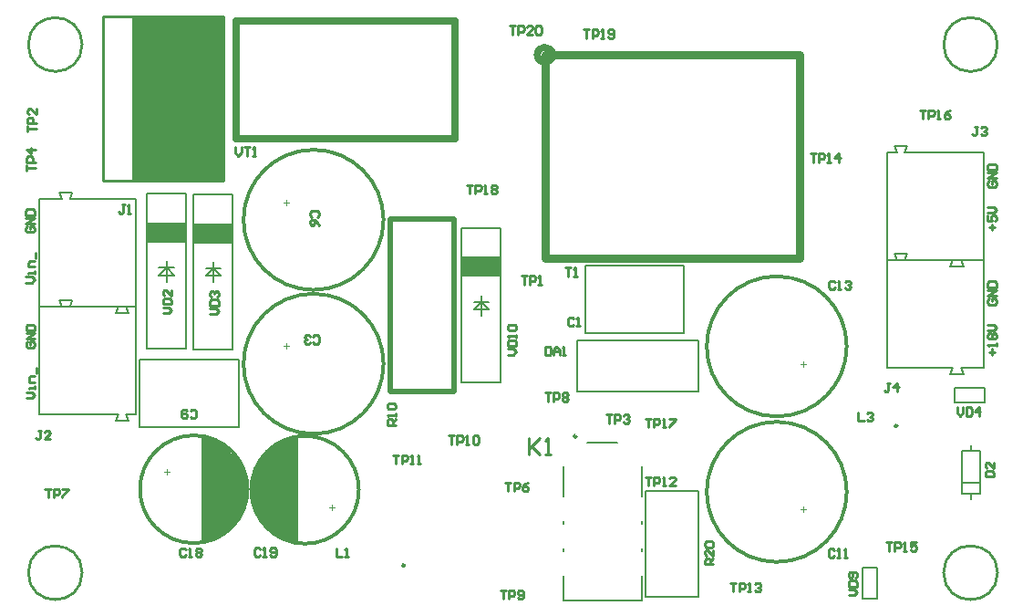
<source format=gbr>
%TF.GenerationSoftware,Altium Limited,Altium Designer,21.6.4 (81)*%
G04 Layer_Color=65535*
%FSLAX43Y43*%
%MOMM*%
%TF.SameCoordinates,3FCC9EDD-E33D-4AE7-AC82-89E58AA9E509*%
%TF.FilePolarity,Positive*%
%TF.FileFunction,Legend,Top*%
%TF.Part,Single*%
G01*
G75*
%TA.AperFunction,NonConductor*%
%ADD85C,0.200*%
%ADD86C,0.250*%
%ADD87C,0.254*%
%ADD118C,0.300*%
%ADD119C,0.700*%
%ADD120C,0.100*%
%ADD121C,0.500*%
%ADD122C,0.762*%
%ADD123C,0.635*%
%ADD124R,0.800X0.400*%
%ADD125R,0.700X0.300*%
%ADD126R,0.800X0.500*%
%ADD127R,0.200X0.300*%
%ADD128R,1.000X0.300*%
%ADD129R,1.100X0.700*%
%ADD130R,1.100X0.900*%
%ADD131R,1.400X0.800*%
%ADD132R,1.300X0.400*%
%ADD133R,0.400X0.400*%
%ADD134R,0.400X0.200*%
%ADD135R,0.100X0.300*%
%ADD136R,0.600X0.400*%
%ADD137R,0.400X0.800*%
%ADD138R,0.600X0.400*%
%ADD139R,0.300X0.500*%
%ADD140R,0.900X0.600*%
%ADD141R,1.000X0.600*%
%ADD142R,1.500X0.200*%
%ADD143R,1.200X0.400*%
%ADD144R,0.500X1.900*%
%ADD145R,1.400X3.400*%
%ADD146R,0.500X0.700*%
%ADD147R,0.900X6.900*%
%ADD148R,0.600X0.500*%
%ADD149R,1.000X0.500*%
%ADD150R,0.700X0.700*%
%ADD151R,2.000X8.300*%
%ADD152R,0.600X0.500*%
%ADD153R,3.650X1.850*%
%ADD154R,8.382X15.240*%
D85*
X52425Y15044D02*
X55205D01*
X50165Y444D02*
Y2734D01*
Y5034D02*
Y5274D01*
Y7574D02*
Y7814D01*
Y10114D02*
Y12894D01*
Y444D02*
X57465D01*
Y2734D01*
Y5034D02*
Y5274D01*
Y7574D02*
Y7814D01*
Y10114D02*
Y12894D01*
X1500Y17671D02*
X8850D01*
X9550D02*
X10500D01*
Y27671D01*
X1500Y17671D02*
Y27671D01*
X3650D01*
X4350D02*
X10500D01*
X3400Y28271D02*
X4600D01*
X3400D02*
X3650Y27671D01*
X4350D02*
X4600Y28271D01*
X9550Y17671D02*
X9800Y17071D01*
X8600D02*
X9800D01*
X8600D02*
X8850Y17671D01*
X79319Y586D02*
Y3461D01*
X77969Y586D02*
Y3461D01*
Y586D02*
X79319D01*
X77969Y3461D02*
X79319D01*
X51499Y19774D02*
Y24574D01*
X62699D01*
Y19774D02*
Y24574D01*
X51499Y19774D02*
X62699D01*
X40009Y19786D02*
Y35811D01*
X34134D02*
X40009D01*
X34134Y19786D02*
X40009D01*
X34134D02*
Y35811D01*
X20043Y16519D02*
Y22794D01*
X10818D02*
X20043D01*
X10818Y16519D02*
Y22794D01*
Y16519D02*
X20043D01*
X42570Y28138D02*
Y28738D01*
X41870Y28138D02*
X42570D01*
Y26838D02*
Y28138D01*
X43270D01*
X41863Y27431D02*
X43278D01*
X41863D02*
X42570Y28138D01*
X43278Y27431D01*
X40720Y34988D02*
X44395D01*
Y20638D02*
Y34988D01*
X40720Y20638D02*
Y34988D01*
Y20638D02*
X44395D01*
X17678Y31236D02*
Y31836D01*
X16978Y31236D02*
X17678D01*
Y29936D02*
Y31236D01*
X18378D01*
X16971Y30529D02*
X18386D01*
X16971D02*
X17678Y31236D01*
X18386Y30529D01*
X15828Y38086D02*
X19503D01*
Y23736D02*
Y38086D01*
X15828Y23736D02*
Y38086D01*
Y23736D02*
X19503D01*
X8600Y27075D02*
X8850Y27675D01*
X8600Y27075D02*
X9800D01*
X9550Y27675D02*
X9800Y27075D01*
X4350Y37675D02*
X4600Y38275D01*
X3400D02*
X3650Y37675D01*
X3400Y38275D02*
X4600D01*
X4350Y37675D02*
X10500D01*
X1500D02*
X3650D01*
X1500Y27675D02*
Y37675D01*
X10500Y27675D02*
Y37675D01*
X9550Y27675D02*
X10500D01*
X1500D02*
X8850D01*
X11485Y23813D02*
X15160D01*
X11485D02*
Y38163D01*
X15160Y23813D02*
Y38163D01*
X11485D02*
X15160D01*
X13335Y31313D02*
X14042Y30605D01*
X12628D02*
X13335Y31313D01*
X12628Y30605D02*
X14042D01*
X13335Y31313D02*
X14035D01*
X13335Y30013D02*
Y31313D01*
X12635D02*
X13335D01*
Y31913D01*
X57801Y10549D02*
X62761D01*
Y769D02*
Y10549D01*
X57801Y769D02*
X62761D01*
X57801D02*
Y10549D01*
X87186Y10369D02*
Y14269D01*
X88886D01*
Y10369D02*
Y14269D01*
X87186Y10369D02*
X88886D01*
X88036Y9794D02*
Y10369D01*
Y14269D02*
Y14844D01*
X87256Y11344D02*
X88816D01*
X89351Y18799D02*
Y20149D01*
X86476Y18799D02*
Y20149D01*
X89351D01*
X86476Y18799D02*
X89351D01*
X81884Y41997D02*
X89234D01*
X80234D02*
X81184D01*
X80234Y31997D02*
Y41997D01*
X89234Y31997D02*
Y41997D01*
X87084Y31997D02*
X89234D01*
X80234D02*
X86384D01*
X86134Y31397D02*
X87334D01*
X87085Y31997D02*
X87334Y31397D01*
X86134D02*
X86384Y31997D01*
X80935Y42597D02*
X81184Y41997D01*
X80935Y42597D02*
X82135D01*
X81885Y41997D02*
X82135Y42597D01*
X81884Y32015D02*
X89234D01*
X80234D02*
X81184D01*
X80234Y22015D02*
Y32015D01*
X89234Y22015D02*
Y32015D01*
X87084Y22015D02*
X89234D01*
X80234D02*
X86384D01*
X86134Y21415D02*
X87334D01*
X87085Y22015D02*
X87334Y21415D01*
X86134D02*
X86384Y22015D01*
X80935Y32615D02*
X81184Y32015D01*
X80935Y32615D02*
X82135D01*
X81885Y32015D02*
X82135Y32615D01*
X61411Y25248D02*
Y31523D01*
X52186D02*
X61411D01*
X52186Y25248D02*
Y31523D01*
Y25248D02*
X61411D01*
D86*
X51400Y15644D02*
G03*
X51400Y15644I-125J0D01*
G01*
X35456Y3677D02*
G03*
X35456Y3677I-125J0D01*
G01*
X81202Y16633D02*
G03*
X81202Y16633I-125J0D01*
G01*
D87*
X90500Y3000D02*
G03*
X90500Y3000I-2500J0D01*
G01*
X5500Y52000D02*
G03*
X5500Y52000I-2500J0D01*
G01*
X90500D02*
G03*
X90500Y52000I-2500J0D01*
G01*
X5500Y3000D02*
G03*
X5500Y3000I-2500J0D01*
G01*
X25394Y5893D02*
Y15493D01*
X16668Y5944D02*
Y15544D01*
X7417Y39395D02*
Y54635D01*
X18593Y39395D02*
Y54635D01*
X7417Y39395D02*
X18593D01*
X7417Y54635D02*
X18593D01*
X10211Y39395D02*
Y54635D01*
X18593Y39395D02*
Y54635D01*
X10211Y39395D02*
X18593D01*
X10211Y54635D02*
X18593D01*
X44328Y1371D02*
X44861D01*
X44595D01*
Y571D01*
X45128D02*
Y1371D01*
X45528D01*
X45661Y1237D01*
Y971D01*
X45528Y838D01*
X45128D01*
X45928Y704D02*
X46061Y571D01*
X46327D01*
X46461Y704D01*
Y1237D01*
X46327Y1371D01*
X46061D01*
X45928Y1237D01*
Y1104D01*
X46061Y971D01*
X46461D01*
X47006Y15456D02*
Y13932D01*
Y14440D01*
X48021Y15456D01*
X47260Y14694D01*
X48021Y13932D01*
X48529D02*
X49037D01*
X48783D01*
Y15456D01*
X48529Y15202D01*
X261Y29921D02*
X794D01*
X1061Y30188D01*
X794Y30454D01*
X261D01*
X1061Y30721D02*
Y30988D01*
Y30854D01*
X527D01*
Y30721D01*
X1061Y31387D02*
X527D01*
Y31787D01*
X661Y31921D01*
X1061D01*
X1194Y32187D02*
Y32720D01*
X394Y35120D02*
X261Y34986D01*
Y34720D01*
X394Y34586D01*
X927D01*
X1061Y34720D01*
Y34986D01*
X927Y35120D01*
X661D01*
Y34853D01*
X1061Y35386D02*
X261D01*
X1061Y35919D01*
X261D01*
Y36186D02*
X1061D01*
Y36586D01*
X927Y36719D01*
X394D01*
X261Y36586D01*
Y36186D01*
X286Y19228D02*
X819D01*
X1086Y19494D01*
X819Y19761D01*
X286D01*
X1086Y20028D02*
Y20294D01*
Y20161D01*
X553D01*
Y20028D01*
X1086Y20694D02*
X553D01*
Y21094D01*
X686Y21227D01*
X1086D01*
X1219Y21494D02*
Y22027D01*
X419Y24426D02*
X286Y24293D01*
Y24026D01*
X419Y23893D01*
X953D01*
X1086Y24026D01*
Y24293D01*
X953Y24426D01*
X686D01*
Y24160D01*
X1086Y24693D02*
X286D01*
X1086Y25226D01*
X286D01*
Y25492D02*
X1086D01*
Y25892D01*
X953Y26026D01*
X419D01*
X286Y25892D01*
Y25492D01*
X89999Y23221D02*
Y23754D01*
X89732Y23488D02*
X90265D01*
X90399Y24021D02*
Y24287D01*
Y24154D01*
X89599D01*
X89732Y24021D01*
Y24687D02*
X89599Y24821D01*
Y25087D01*
X89732Y25220D01*
X89865D01*
X89999Y25087D01*
X90132Y25220D01*
X90265D01*
X90399Y25087D01*
Y24821D01*
X90265Y24687D01*
X90132D01*
X89999Y24821D01*
X89865Y24687D01*
X89732D01*
X89999Y24821D02*
Y25087D01*
X89599Y25487D02*
X90132D01*
X90399Y25754D01*
X90132Y26020D01*
X89599D01*
X89732Y28419D02*
X89599Y28286D01*
Y28020D01*
X89732Y27886D01*
X90265D01*
X90399Y28020D01*
Y28286D01*
X90265Y28419D01*
X89999D01*
Y28153D01*
X90399Y28686D02*
X89599D01*
X90399Y29219D01*
X89599D01*
Y29486D02*
X90399D01*
Y29886D01*
X90265Y30019D01*
X89732D01*
X89599Y29886D01*
Y29486D01*
X89999Y34803D02*
Y35336D01*
X89732Y35069D02*
X90265D01*
X89599Y36135D02*
Y35602D01*
X89999D01*
X89865Y35869D01*
Y36002D01*
X89999Y36135D01*
X90265D01*
X90399Y36002D01*
Y35736D01*
X90265Y35602D01*
X89599Y36402D02*
X90132D01*
X90399Y36669D01*
X90132Y36935D01*
X89599D01*
X89732Y39334D02*
X89599Y39201D01*
Y38935D01*
X89732Y38801D01*
X90265D01*
X90399Y38935D01*
Y39201D01*
X90265Y39334D01*
X89999D01*
Y39068D01*
X90399Y39601D02*
X89599D01*
X90399Y40134D01*
X89599D01*
Y40401D02*
X90399D01*
Y40801D01*
X90265Y40934D01*
X89732D01*
X89599Y40801D01*
Y40401D01*
X75403Y29959D02*
X75270Y30092D01*
X75003D01*
X74870Y29959D01*
Y29426D01*
X75003Y29293D01*
X75270D01*
X75403Y29426D01*
X75670Y29293D02*
X75936D01*
X75803D01*
Y30092D01*
X75670Y29959D01*
X76336D02*
X76470Y30092D01*
X76736D01*
X76869Y29959D01*
Y29826D01*
X76736Y29693D01*
X76603D01*
X76736D01*
X76869Y29559D01*
Y29426D01*
X76736Y29293D01*
X76470D01*
X76336Y29426D01*
X45015Y23233D02*
X45548D01*
X45815Y23499D01*
X45548Y23766D01*
X45015D01*
Y24033D02*
X45815D01*
Y24432D01*
X45682Y24566D01*
X45149D01*
X45015Y24432D01*
Y24033D01*
X45815Y24832D02*
Y25099D01*
Y24966D01*
X45015D01*
X45149Y24832D01*
Y25499D02*
X45015Y25632D01*
Y25899D01*
X45149Y26032D01*
X45682D01*
X45815Y25899D01*
Y25632D01*
X45682Y25499D01*
X45149D01*
X45194Y53740D02*
X45727D01*
X45460D01*
Y52940D01*
X45993D02*
Y53740D01*
X46393D01*
X46527Y53607D01*
Y53340D01*
X46393Y53207D01*
X45993D01*
X47326Y52940D02*
X46793D01*
X47326Y53473D01*
Y53607D01*
X47193Y53740D01*
X46926D01*
X46793Y53607D01*
X47593D02*
X47726Y53740D01*
X47993D01*
X48126Y53607D01*
Y53073D01*
X47993Y52940D01*
X47726D01*
X47593Y53073D01*
Y53607D01*
X52067Y53405D02*
X52601D01*
X52334D01*
Y52605D01*
X52867D02*
Y53405D01*
X53267D01*
X53400Y53271D01*
Y53005D01*
X53267Y52871D01*
X52867D01*
X53667Y52605D02*
X53934D01*
X53800D01*
Y53405D01*
X53667Y53271D01*
X54333Y52738D02*
X54467Y52605D01*
X54733D01*
X54867Y52738D01*
Y53271D01*
X54733Y53405D01*
X54467D01*
X54333Y53271D01*
Y53138D01*
X54467Y53005D01*
X54867D01*
X41222Y38970D02*
X41755D01*
X41488D01*
Y38171D01*
X42021D02*
Y38970D01*
X42421D01*
X42554Y38837D01*
Y38571D01*
X42421Y38437D01*
X42021D01*
X42821Y38171D02*
X43088D01*
X42954D01*
Y38970D01*
X42821Y38837D01*
X43487D02*
X43621Y38970D01*
X43887D01*
X44021Y38837D01*
Y38704D01*
X43887Y38571D01*
X44021Y38437D01*
Y38304D01*
X43887Y38171D01*
X43621D01*
X43487Y38304D01*
Y38437D01*
X43621Y38571D01*
X43487Y38704D01*
Y38837D01*
X43621Y38571D02*
X43887D01*
X22028Y5169D02*
X21894Y5302D01*
X21628D01*
X21494Y5169D01*
Y4636D01*
X21628Y4502D01*
X21894D01*
X22028Y4636D01*
X22294Y4502D02*
X22561D01*
X22428D01*
Y5302D01*
X22294Y5169D01*
X22961Y4636D02*
X23094Y4502D01*
X23361D01*
X23494Y4636D01*
Y5169D01*
X23361Y5302D01*
X23094D01*
X22961Y5169D01*
Y5035D01*
X23094Y4902D01*
X23494D01*
X15104Y5153D02*
X14970Y5286D01*
X14704D01*
X14571Y5153D01*
Y4620D01*
X14704Y4486D01*
X14970D01*
X15104Y4620D01*
X15370Y4486D02*
X15637D01*
X15504D01*
Y5286D01*
X15370Y5153D01*
X16037D02*
X16170Y5286D01*
X16437D01*
X16570Y5153D01*
Y5020D01*
X16437Y4886D01*
X16570Y4753D01*
Y4620D01*
X16437Y4486D01*
X16170D01*
X16037Y4620D01*
Y4753D01*
X16170Y4886D01*
X16037Y5020D01*
Y5153D01*
X16170Y4886D02*
X16437D01*
X86781Y18356D02*
Y17823D01*
X87048Y17556D01*
X87315Y17823D01*
Y18356D01*
X87581D02*
Y17556D01*
X87981D01*
X88114Y17690D01*
Y18223D01*
X87981Y18356D01*
X87581D01*
X88781Y17556D02*
Y18356D01*
X88381Y17956D01*
X88914D01*
X17380Y26988D02*
X17913D01*
X18180Y27254D01*
X17913Y27521D01*
X17380D01*
Y27788D02*
X18180D01*
Y28187D01*
X18047Y28321D01*
X17513D01*
X17380Y28187D01*
Y27788D01*
X17513Y28587D02*
X17380Y28721D01*
Y28987D01*
X17513Y29120D01*
X17647D01*
X17780Y28987D01*
Y28854D01*
Y28987D01*
X17913Y29120D01*
X18047D01*
X18180Y28987D01*
Y28721D01*
X18047Y28587D01*
X12986Y27102D02*
X13519D01*
X13786Y27369D01*
X13519Y27635D01*
X12986D01*
Y27902D02*
X13786D01*
Y28302D01*
X13652Y28435D01*
X13119D01*
X12986Y28302D01*
Y27902D01*
X13786Y29235D02*
Y28702D01*
X13253Y29235D01*
X13119D01*
X12986Y29102D01*
Y28835D01*
X13119Y28702D01*
X80512Y20593D02*
X80245D01*
X80378D01*
Y19926D01*
X80245Y19793D01*
X80112D01*
X79979Y19926D01*
X81178Y19793D02*
Y20593D01*
X80778Y20193D01*
X81311D01*
X88665Y44382D02*
X88398D01*
X88532D01*
Y43715D01*
X88398Y43582D01*
X88265D01*
X88132Y43715D01*
X88932Y44248D02*
X89065Y44382D01*
X89331D01*
X89465Y44248D01*
Y44115D01*
X89331Y43982D01*
X89198D01*
X89331D01*
X89465Y43848D01*
Y43715D01*
X89331Y43582D01*
X89065D01*
X88932Y43715D01*
X77566Y17875D02*
Y17075D01*
X78099D01*
X78365Y17742D02*
X78499Y17875D01*
X78765D01*
X78898Y17742D01*
Y17608D01*
X78765Y17475D01*
X78632D01*
X78765D01*
X78898Y17342D01*
Y17209D01*
X78765Y17075D01*
X78499D01*
X78365Y17209D01*
X29109Y5282D02*
Y4482D01*
X29642D01*
X29908D02*
X30175D01*
X30042D01*
Y5282D01*
X29908Y5149D01*
X9449Y37150D02*
X9182D01*
X9316D01*
Y36483D01*
X9182Y36350D01*
X9049D01*
X8916Y36483D01*
X9715Y36350D02*
X9982D01*
X9849D01*
Y37150D01*
X9715Y37017D01*
X1721Y16173D02*
X1454D01*
X1588D01*
Y15507D01*
X1454Y15374D01*
X1321D01*
X1188Y15507D01*
X2521Y15374D02*
X1987D01*
X2521Y15907D01*
Y16040D01*
X2387Y16173D01*
X2121D01*
X1987Y16040D01*
X353Y40285D02*
Y40818D01*
Y40551D01*
X1153D01*
Y41085D02*
X353D01*
Y41484D01*
X486Y41618D01*
X753D01*
X886Y41484D01*
Y41085D01*
X1153Y42284D02*
X353D01*
X753Y41884D01*
Y42418D01*
X65701Y2040D02*
X66235D01*
X65968D01*
Y1240D01*
X66501D02*
Y2040D01*
X66901D01*
X67034Y1907D01*
Y1640D01*
X66901Y1507D01*
X66501D01*
X67301Y1240D02*
X67567D01*
X67434D01*
Y2040D01*
X67301Y1907D01*
X67967D02*
X68101Y2040D01*
X68367D01*
X68500Y1907D01*
Y1774D01*
X68367Y1640D01*
X68234D01*
X68367D01*
X68500Y1507D01*
Y1374D01*
X68367Y1240D01*
X68101D01*
X67967Y1374D01*
X46266Y30550D02*
X46799D01*
X46533D01*
Y29750D01*
X47066D02*
Y30550D01*
X47466D01*
X47599Y30416D01*
Y30150D01*
X47466Y30017D01*
X47066D01*
X47866Y29750D02*
X48132D01*
X47999D01*
Y30550D01*
X47866Y30416D01*
X57782Y17291D02*
X58316D01*
X58049D01*
Y16491D01*
X58582D02*
Y17291D01*
X58982D01*
X59115Y17158D01*
Y16891D01*
X58982Y16758D01*
X58582D01*
X59382Y16491D02*
X59649D01*
X59515D01*
Y17291D01*
X59382Y17158D01*
X60048Y17291D02*
X60582D01*
Y17158D01*
X60048Y16624D01*
Y16491D01*
X422Y43917D02*
Y44450D01*
Y44184D01*
X1222D01*
Y44717D02*
X422D01*
Y45117D01*
X556Y45250D01*
X822D01*
X955Y45117D01*
Y44717D01*
X1222Y46050D02*
Y45517D01*
X689Y46050D01*
X556D01*
X422Y45916D01*
Y45650D01*
X556Y45517D01*
X83284Y45917D02*
X83817D01*
X83551D01*
Y45118D01*
X84084D02*
Y45917D01*
X84484D01*
X84617Y45784D01*
Y45518D01*
X84484Y45384D01*
X84084D01*
X84884Y45118D02*
X85150D01*
X85017D01*
Y45917D01*
X84884Y45784D01*
X86083Y45917D02*
X85817Y45784D01*
X85550Y45518D01*
Y45251D01*
X85683Y45118D01*
X85950D01*
X86083Y45251D01*
Y45384D01*
X85950Y45518D01*
X85550D01*
X48474Y19704D02*
X49007D01*
X48740D01*
Y18904D01*
X49273D02*
Y19704D01*
X49673D01*
X49806Y19571D01*
Y19304D01*
X49673Y19171D01*
X49273D01*
X50073Y19571D02*
X50206Y19704D01*
X50473D01*
X50606Y19571D01*
Y19437D01*
X50473Y19304D01*
X50606Y19171D01*
Y19037D01*
X50473Y18904D01*
X50206D01*
X50073Y19037D01*
Y19171D01*
X50206Y19304D01*
X50073Y19437D01*
Y19571D01*
X50206Y19304D02*
X50473D01*
X73099Y41898D02*
X73632D01*
X73365D01*
Y41099D01*
X73898D02*
Y41898D01*
X74298D01*
X74432Y41765D01*
Y41499D01*
X74298Y41365D01*
X73898D01*
X74698Y41099D02*
X74965D01*
X74831D01*
Y41898D01*
X74698Y41765D01*
X75764Y41099D02*
Y41898D01*
X75365Y41499D01*
X75898D01*
X34372Y13909D02*
X34905D01*
X34638D01*
Y13109D01*
X35171D02*
Y13909D01*
X35571D01*
X35704Y13775D01*
Y13509D01*
X35571Y13376D01*
X35171D01*
X35971Y13109D02*
X36238D01*
X36104D01*
Y13909D01*
X35971Y13775D01*
X36638Y13109D02*
X36904D01*
X36771D01*
Y13909D01*
X36638Y13775D01*
X80150Y5828D02*
X80684D01*
X80417D01*
Y5028D01*
X80950D02*
Y5828D01*
X81350D01*
X81483Y5694D01*
Y5428D01*
X81350Y5294D01*
X80950D01*
X81750Y5028D02*
X82017D01*
X81883D01*
Y5828D01*
X81750Y5694D01*
X82950Y5828D02*
X82416D01*
Y5428D01*
X82683Y5561D01*
X82816D01*
X82950Y5428D01*
Y5161D01*
X82816Y5028D01*
X82550D01*
X82416Y5161D01*
X2058Y10788D02*
X2591D01*
X2324D01*
Y9989D01*
X2858D02*
Y10788D01*
X3257D01*
X3391Y10655D01*
Y10389D01*
X3257Y10255D01*
X2858D01*
X3657Y10788D02*
X4191D01*
Y10655D01*
X3657Y10122D01*
Y9989D01*
X39510Y15717D02*
X40044D01*
X39777D01*
Y14917D01*
X40310D02*
Y15717D01*
X40710D01*
X40843Y15584D01*
Y15317D01*
X40710Y15184D01*
X40310D01*
X41110Y14917D02*
X41376D01*
X41243D01*
Y15717D01*
X41110Y15584D01*
X41776D02*
X41910Y15717D01*
X42176D01*
X42309Y15584D01*
Y15050D01*
X42176Y14917D01*
X41910D01*
X41776Y15050D01*
Y15584D01*
X57782Y11867D02*
X58316D01*
X58049D01*
Y11068D01*
X58582D02*
Y11867D01*
X58982D01*
X59115Y11734D01*
Y11467D01*
X58982Y11334D01*
X58582D01*
X59382Y11068D02*
X59649D01*
X59515D01*
Y11867D01*
X59382Y11734D01*
X60582Y11068D02*
X60048D01*
X60582Y11601D01*
Y11734D01*
X60448Y11867D01*
X60182D01*
X60048Y11734D01*
X44788Y11373D02*
X45322D01*
X45055D01*
Y10573D01*
X45588D02*
Y11373D01*
X45988D01*
X46121Y11239D01*
Y10973D01*
X45988Y10840D01*
X45588D01*
X46921Y11373D02*
X46655Y11239D01*
X46388Y10973D01*
Y10706D01*
X46521Y10573D01*
X46788D01*
X46921Y10706D01*
Y10840D01*
X46788Y10973D01*
X46388D01*
X54153Y17689D02*
X54686D01*
X54420D01*
Y16889D01*
X54953D02*
Y17689D01*
X55353D01*
X55486Y17556D01*
Y17289D01*
X55353Y17156D01*
X54953D01*
X55753Y17556D02*
X55886Y17689D01*
X56153D01*
X56286Y17556D01*
Y17423D01*
X56153Y17289D01*
X56019D01*
X56153D01*
X56286Y17156D01*
Y17023D01*
X56153Y16889D01*
X55886D01*
X55753Y17023D01*
X34614Y16704D02*
X33814D01*
Y17104D01*
X33947Y17237D01*
X34214D01*
X34347Y17104D01*
Y16704D01*
Y16971D02*
X34614Y17237D01*
Y17504D02*
Y17770D01*
Y17637D01*
X33814D01*
X33947Y17504D01*
Y18170D02*
X33814Y18304D01*
Y18570D01*
X33947Y18703D01*
X34480D01*
X34614Y18570D01*
Y18304D01*
X34480Y18170D01*
X33947D01*
X64113Y3774D02*
X63313D01*
Y4174D01*
X63446Y4307D01*
X63713D01*
X63846Y4174D01*
Y3774D01*
Y4040D02*
X64113Y4307D01*
Y5107D02*
Y4573D01*
X63580Y5107D01*
X63446D01*
X63313Y4973D01*
Y4707D01*
X63446Y4573D01*
Y5373D02*
X63313Y5506D01*
Y5773D01*
X63446Y5906D01*
X63980D01*
X64113Y5773D01*
Y5506D01*
X63980Y5373D01*
X63446D01*
X89364Y11907D02*
X90163D01*
Y12306D01*
X90030Y12440D01*
X89497D01*
X89364Y12306D01*
Y11907D01*
X90163Y13239D02*
Y12706D01*
X89630Y13239D01*
X89497D01*
X89364Y13106D01*
Y12840D01*
X89497Y12706D01*
X50366Y31312D02*
X50899D01*
X50633D01*
Y30512D01*
X51166D02*
X51432D01*
X51299D01*
Y31312D01*
X51166Y31178D01*
X75330Y5107D02*
X75197Y5240D01*
X74930D01*
X74797Y5107D01*
Y4573D01*
X74930Y4440D01*
X75197D01*
X75330Y4573D01*
X75597Y4440D02*
X75863D01*
X75730D01*
Y5240D01*
X75597Y5107D01*
X76263Y4440D02*
X76530D01*
X76396D01*
Y5240D01*
X76263Y5107D01*
X13290Y50967D02*
X13956D01*
X14090Y51101D01*
Y51367D01*
X13956Y51501D01*
X13290D01*
X14090Y51767D02*
Y52034D01*
Y51901D01*
X13290D01*
X13423Y51767D01*
X27346Y36021D02*
X27479Y36154D01*
Y36421D01*
X27346Y36554D01*
X26813D01*
X26680Y36421D01*
Y36154D01*
X26813Y36021D01*
X27479Y35221D02*
X27346Y35488D01*
X27079Y35755D01*
X26813D01*
X26680Y35621D01*
Y35355D01*
X26813Y35221D01*
X26946D01*
X27079Y35355D01*
Y35755D01*
X26947Y24378D02*
X27080Y24245D01*
X27347D01*
X27480Y24378D01*
Y24911D01*
X27347Y25044D01*
X27080D01*
X26947Y24911D01*
X26681Y24378D02*
X26547Y24245D01*
X26281D01*
X26147Y24378D01*
Y24511D01*
X26281Y24645D01*
X26414D01*
X26281D01*
X26147Y24778D01*
Y24911D01*
X26281Y25044D01*
X26547D01*
X26681Y24911D01*
X51156Y26556D02*
X51022Y26689D01*
X50756D01*
X50622Y26556D01*
Y26022D01*
X50756Y25889D01*
X51022D01*
X51156Y26022D01*
X51422Y25889D02*
X51689D01*
X51555D01*
Y26689D01*
X51422Y26556D01*
X19738Y42488D02*
Y41955D01*
X20005Y41688D01*
X20272Y41955D01*
Y42488D01*
X20538D02*
X21071D01*
X20805D01*
Y41688D01*
X21338D02*
X21605D01*
X21471D01*
Y42488D01*
X21338Y42354D01*
X76656Y924D02*
X77189D01*
X77456Y1190D01*
X77189Y1457D01*
X76656D01*
Y1723D02*
X77456D01*
Y2123D01*
X77323Y2257D01*
X76790D01*
X76656Y2123D01*
Y1723D01*
X77323Y2523D02*
X77456Y2657D01*
Y2923D01*
X77323Y3056D01*
X76790D01*
X76656Y2923D01*
Y2657D01*
X76790Y2523D01*
X76923D01*
X77056Y2657D01*
Y3056D01*
X48493Y23971D02*
Y23171D01*
X48893D01*
X49027Y23305D01*
Y23838D01*
X48893Y23971D01*
X48493D01*
X49293Y23171D02*
Y23704D01*
X49560Y23971D01*
X49826Y23704D01*
Y23171D01*
Y23571D01*
X49293D01*
X50093Y23171D02*
X50359D01*
X50226D01*
Y23971D01*
X50093Y23838D01*
X15535Y17472D02*
X15668Y17339D01*
X15935D01*
X16068Y17472D01*
Y18005D01*
X15935Y18139D01*
X15668D01*
X15535Y18005D01*
X15268D02*
X15135Y18139D01*
X14868D01*
X14735Y18005D01*
Y17472D01*
X14868Y17339D01*
X15135D01*
X15268Y17472D01*
Y17605D01*
X15135Y17739D01*
X14735D01*
D118*
X31194Y10693D02*
G03*
X31194Y10693I-5000J0D01*
G01*
X76500Y10500D02*
G03*
X76500Y10500I-6500J0D01*
G01*
Y24000D02*
G03*
X76500Y24000I-6500J0D01*
G01*
X33486Y22384D02*
G03*
X33486Y22384I-6500J0D01*
G01*
X20868Y10744D02*
G03*
X20868Y10744I-5000J0D01*
G01*
X33486Y35738D02*
G03*
X33486Y35738I-6500J0D01*
G01*
D119*
X49163Y51054D02*
G03*
X49163Y51054I-700J0D01*
G01*
D120*
X28444Y9068D02*
X28944D01*
X28694Y8818D02*
Y9318D01*
X72500Y8625D02*
Y9125D01*
X72250Y8875D02*
X72750D01*
X72250Y22375D02*
X72750D01*
X72500Y22125D02*
Y22625D01*
X24486Y23759D02*
Y24259D01*
X24236Y24009D02*
X24736D01*
X13368Y12119D02*
Y12619D01*
X13118Y12369D02*
X13618D01*
X24236Y37363D02*
X24736D01*
X24486Y37113D02*
Y37613D01*
D121*
X34134Y19786D02*
X40009D01*
X34134Y35811D02*
X40009D01*
X34134Y19786D02*
Y35811D01*
X40009Y19786D02*
Y35811D01*
D122*
X48463Y32131D02*
Y51054D01*
X72085Y32131D02*
Y51054D01*
X48463D02*
X72085D01*
X48463Y32131D02*
X72085D01*
D123*
X19808Y43231D02*
X40128D01*
X19808Y54153D02*
X40128D01*
X19808Y43231D02*
Y54153D01*
X40128Y43231D02*
Y54153D01*
D124*
X24994Y15294D02*
D03*
X17068Y6144D02*
D03*
D125*
X23844Y14843D02*
D03*
X18218Y6594D02*
D03*
D126*
X23194Y14243D02*
D03*
X18868Y7194D02*
D03*
D127*
X22194Y13343D02*
D03*
X19869Y8094D02*
D03*
D128*
X22094Y12444D02*
D03*
X19968Y8994D02*
D03*
D129*
X22344Y12944D02*
D03*
X19718Y8494D02*
D03*
D130*
X22744Y13443D02*
D03*
X19318Y7994D02*
D03*
D131*
X24594Y14893D02*
D03*
X17468Y6544D02*
D03*
D132*
X22244Y12593D02*
D03*
X19818Y8844D02*
D03*
D133*
X22494Y7594D02*
D03*
X19568Y13844D02*
D03*
D134*
X23794Y6493D02*
D03*
X18268Y14944D02*
D03*
D135*
X22644Y7644D02*
D03*
X19418Y13794D02*
D03*
D136*
X22994Y7194D02*
D03*
X19068Y14244D02*
D03*
D137*
X23294Y7793D02*
D03*
X18768Y13644D02*
D03*
D138*
X24194Y6293D02*
D03*
X17868Y15144D02*
D03*
D139*
X23344Y7143D02*
D03*
X18718Y14294D02*
D03*
D140*
X22444Y7993D02*
D03*
X19619Y13444D02*
D03*
D141*
X22194Y8493D02*
D03*
X19868Y12944D02*
D03*
D142*
X22544Y8594D02*
D03*
X19518Y12844D02*
D03*
D143*
X22194Y8893D02*
D03*
X19868Y12544D02*
D03*
D144*
X21544Y10744D02*
D03*
X20518Y10694D02*
D03*
D145*
X22094Y10694D02*
D03*
X19968Y10744D02*
D03*
D146*
X23244Y7044D02*
D03*
X18818Y14394D02*
D03*
D147*
X22944Y10743D02*
D03*
X19118Y10694D02*
D03*
D148*
X24594Y6244D02*
D03*
X17468Y15194D02*
D03*
D149*
X24294Y6644D02*
D03*
X17768Y14794D02*
D03*
D150*
X25044Y6243D02*
D03*
X17018Y15194D02*
D03*
D151*
X24294Y10643D02*
D03*
X17768Y10794D02*
D03*
D152*
X23394Y14444D02*
D03*
X18667Y6995D02*
D03*
D153*
X42545Y31388D02*
D03*
X17653Y34486D02*
D03*
X13310Y34563D02*
D03*
D154*
X14402Y47015D02*
D03*
%TF.MD5,ec67bd900263e42796944b2fec53cffc*%
M02*

</source>
